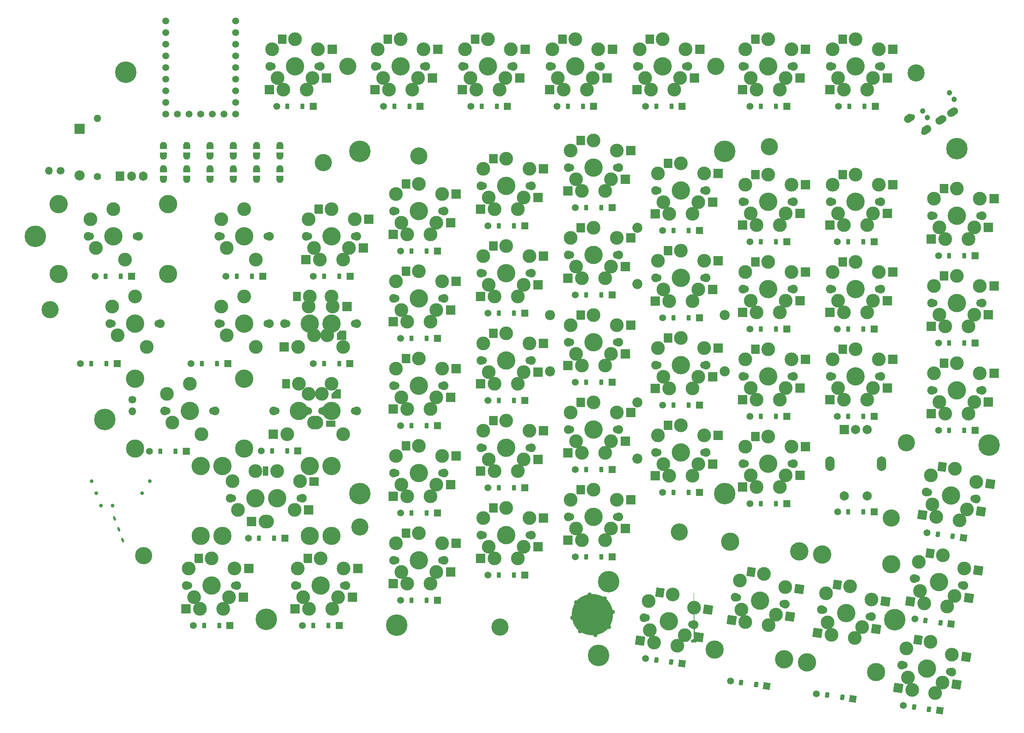
<source format=gbs>
%TF.GenerationSoftware,KiCad,Pcbnew,8.0.2*%
%TF.CreationDate,2024-06-02T17:13:22-07:00*%
%TF.ProjectId,ergodonk_simple_zero,6572676f-646f-46e6-9b5f-73696d706c65,0.2.1*%
%TF.SameCoordinates,Original*%
%TF.FileFunction,Soldermask,Bot*%
%TF.FilePolarity,Negative*%
%FSLAX46Y46*%
G04 Gerber Fmt 4.6, Leading zero omitted, Abs format (unit mm)*
G04 Created by KiCad (PCBNEW 8.0.2) date 2024-06-02 17:13:22*
%MOMM*%
%LPD*%
G01*
G04 APERTURE LIST*
G04 Aperture macros list*
%AMRoundRect*
0 Rectangle with rounded corners*
0 $1 Rounding radius*
0 $2 $3 $4 $5 $6 $7 $8 $9 X,Y pos of 4 corners*
0 Add a 4 corners polygon primitive as box body*
4,1,4,$2,$3,$4,$5,$6,$7,$8,$9,$2,$3,0*
0 Add four circle primitives for the rounded corners*
1,1,$1+$1,$2,$3*
1,1,$1+$1,$4,$5*
1,1,$1+$1,$6,$7*
1,1,$1+$1,$8,$9*
0 Add four rect primitives between the rounded corners*
20,1,$1+$1,$2,$3,$4,$5,0*
20,1,$1+$1,$4,$5,$6,$7,0*
20,1,$1+$1,$6,$7,$8,$9,0*
20,1,$1+$1,$8,$9,$2,$3,0*%
%AMHorizOval*
0 Thick line with rounded ends*
0 $1 width*
0 $2 $3 position (X,Y) of the first rounded end (center of the circle)*
0 $4 $5 position (X,Y) of the second rounded end (center of the circle)*
0 Add line between two ends*
20,1,$1,$2,$3,$4,$5,0*
0 Add two circle primitives to create the rounded ends*
1,1,$1,$2,$3*
1,1,$1,$4,$5*%
%AMRotRect*
0 Rectangle, with rotation*
0 The origin of the aperture is its center*
0 $1 length*
0 $2 width*
0 $3 Rotation angle, in degrees counterclockwise*
0 Add horizontal line*
21,1,$1,$2,0,0,$3*%
%AMOutline5P*
0 Free polygon, 5 corners , with rotation*
0 The origin of the aperture is its center*
0 number of corners: always 5*
0 $1 to $10 corner X, Y*
0 $11 Rotation angle, in degrees counterclockwise*
0 create outline with 5 corners*
4,1,5,$1,$2,$3,$4,$5,$6,$7,$8,$9,$10,$1,$2,$11*%
%AMOutline6P*
0 Free polygon, 6 corners , with rotation*
0 The origin of the aperture is its center*
0 number of corners: always 6*
0 $1 to $12 corner X, Y*
0 $13 Rotation angle, in degrees counterclockwise*
0 create outline with 6 corners*
4,1,6,$1,$2,$3,$4,$5,$6,$7,$8,$9,$10,$11,$12,$1,$2,$13*%
%AMOutline7P*
0 Free polygon, 7 corners , with rotation*
0 The origin of the aperture is its center*
0 number of corners: always 7*
0 $1 to $14 corner X, Y*
0 $15 Rotation angle, in degrees counterclockwise*
0 create outline with 7 corners*
4,1,7,$1,$2,$3,$4,$5,$6,$7,$8,$9,$10,$11,$12,$13,$14,$1,$2,$15*%
%AMOutline8P*
0 Free polygon, 8 corners , with rotation*
0 The origin of the aperture is its center*
0 number of corners: always 8*
0 $1 to $16 corner X, Y*
0 $17 Rotation angle, in degrees counterclockwise*
0 create outline with 8 corners*
4,1,8,$1,$2,$3,$4,$5,$6,$7,$8,$9,$10,$11,$12,$13,$14,$15,$16,$1,$2,$17*%
%AMFreePoly0*
4,1,9,-0.900000,1.000000,0.900000,1.000000,0.900000,-1.000000,-0.720000,-1.000000,-0.788883,-0.986298,-0.847279,-0.947279,-0.886298,-0.888883,-0.900000,-0.820000,-0.900000,1.000000,-0.900000,1.000000,$1*%
%AMFreePoly1*
4,1,18,-0.800000,0.750000,0.050000,0.750000,0.201663,0.734505,0.366964,0.679731,0.515177,0.588312,0.638312,0.465177,0.729731,0.316964,0.784505,0.151663,0.800000,0.000000,0.784505,-0.151663,0.729731,-0.316964,0.638312,-0.465177,0.515177,-0.588312,0.366964,-0.679731,0.201663,-0.734505,0.050000,-0.750000,-0.800000,-0.750000,-0.800000,0.750000,-0.800000,0.750000,$1*%
%AMFreePoly2*
4,1,19,-0.800000,0.000000,-0.784505,0.151663,-0.729731,0.316964,-0.638312,0.465177,-0.515177,0.588312,-0.366964,0.679731,-0.201663,0.734505,-0.050000,0.750000,0.800000,0.750000,0.800000,-0.750000,-0.050000,-0.750000,-0.201663,-0.734505,-0.366964,-0.679731,-0.515177,-0.588312,-0.638312,-0.465177,-0.729731,-0.316964,-0.784505,-0.151663,-0.800000,0.000000,-0.800000,0.000000,-0.800000,0.000000,
$1*%
%AMFreePoly3*
4,1,28,-0.850000,0.400000,0.000000,1.250000,0.114750,1.242219,0.293119,1.197860,0.457783,1.116195,0.601041,1.001041,0.716195,0.857783,0.797860,0.693119,0.842219,0.514750,0.850001,0.400000,0.850000,-0.400000,0.842219,-0.514750,0.797860,-0.693119,0.716196,-0.857783,0.601041,-1.001041,0.457783,-1.116195,0.293120,-1.197860,0.114750,-1.242219,0.000000,-1.250000,-0.114750,-1.242219,
-0.293119,-1.197860,-0.457783,-1.116195,-0.601041,-1.001041,-0.716195,-0.857783,-0.797860,-0.693119,-0.842219,-0.514750,-0.850001,-0.400000,-0.850000,0.400000,-0.850000,0.400000,$1*%
%AMFreePoly4*
4,1,28,-0.850000,0.400000,-0.842219,0.514750,-0.797860,0.693119,-0.716196,0.857783,-0.601041,1.001041,-0.457783,1.116195,-0.293120,1.197860,-0.114750,1.242219,0.000000,1.250000,0.114750,1.242219,0.293119,1.197860,0.457783,1.116195,0.601041,1.001041,0.716195,0.857783,0.797860,0.693119,0.842219,0.514750,0.850001,0.400000,0.850000,-0.400000,0.842219,-0.514750,0.797860,-0.693119,
0.716196,-0.857783,0.601041,-1.001041,0.457783,-1.116195,0.293120,-1.197860,0.114750,-1.242219,0.000000,-1.250000,-0.850001,-0.400000,-0.850000,0.400000,-0.850000,0.400000,$1*%
%AMFreePoly5*
4,1,73,0.058904,0.817006,0.085684,0.817006,0.124394,0.806633,0.148156,0.802870,0.158932,0.797378,0.173939,0.793357,0.227393,0.762496,0.245725,0.753156,0.248666,0.750214,0.253067,0.747674,0.317674,0.683067,0.320216,0.678663,0.323156,0.675724,0.332491,0.657401,0.363358,0.603939,0.367379,0.588930,0.372870,0.578155,0.376632,0.554396,0.387006,0.515684,0.387133,0.488094,
0.390000,0.469999,0.387357,0.439800,0.390000,-0.130000,0.387006,-0.175684,0.363358,-0.263939,0.317674,-0.343067,0.253067,-0.407674,0.173939,-0.453358,0.085684,-0.477006,-0.005684,-0.477006,-0.093939,-0.453358,-0.168178,-0.410496,-0.254820,-0.450898,-0.419824,-0.495111,-0.589999,-0.510000,-0.698155,-0.492870,-0.795724,-0.443156,-0.873156,-0.365725,-0.922870,-0.268156,-0.940000,-0.160001,
-0.922870,-0.051845,-0.873156,0.045724,-0.795725,0.123156,-0.698156,0.172870,-0.590001,0.190000,-0.545653,0.190000,-0.461299,0.217409,-0.389543,0.269543,-0.337409,0.341299,-0.310000,0.425653,-0.310000,0.470001,-0.309999,0.470001,-0.307006,0.515684,-0.296633,0.554394,-0.292870,0.578156,-0.287378,0.588932,-0.283358,0.603939,-0.252496,0.657393,-0.243156,0.675725,-0.240214,0.678666,
-0.237674,0.683067,-0.173067,0.747674,-0.168663,0.750216,-0.165724,0.753156,-0.147401,0.762491,-0.093939,0.793358,-0.078930,0.797379,-0.068155,0.802870,-0.044396,0.806632,-0.005684,0.817006,0.021097,0.817006,0.040001,0.820000,0.058904,0.817006,0.058904,0.817006,$1*%
G04 Aperture macros list end*
%ADD10R,1.500000X1.500000*%
%ADD11RoundRect,0.225000X0.225000X0.375000X-0.225000X0.375000X-0.225000X-0.375000X0.225000X-0.375000X0*%
%ADD12C,1.500000*%
%ADD13C,1.900000*%
%ADD14C,1.700000*%
%ADD15C,3.000000*%
%ADD16C,4.000000*%
%ADD17FreePoly0,0.000000*%
%ADD18R,2.000000X2.000000*%
%ADD19C,4.700000*%
%ADD20RotRect,1.500000X1.500000X172.000000*%
%ADD21RoundRect,0.225000X0.275000X0.340037X-0.170620X0.402664X-0.275000X-0.340037X0.170620X-0.402664X0*%
%ADD22HorizOval,0.500000X0.087964X-0.234013X-0.087964X0.234013X0*%
%ADD23FreePoly1,90.000000*%
%ADD24FreePoly2,90.000000*%
%ADD25C,0.700000*%
%ADD26C,3.750000*%
%ADD27C,3.987800*%
%ADD28C,0.800000*%
%ADD29FreePoly0,352.000000*%
%ADD30RotRect,2.000000X2.000000X352.000000*%
%ADD31R,1.905000X2.000000*%
%ADD32O,1.905000X2.000000*%
%ADD33R,1.800000X2.000000*%
%ADD34Outline5P,-1.000000X0.400000X-0.400000X1.000000X1.000000X1.000000X1.000000X-1.000000X-1.000000X-1.000000X0.000000*%
%ADD35R,2.200000X2.200000*%
%ADD36O,2.200000X2.200000*%
%ADD37C,1.200000*%
%ADD38FreePoly3,304.101000*%
%ADD39FreePoly4,304.101000*%
%ADD40HorizOval,1.700000X-0.331220X-0.224261X0.331220X0.224261X0*%
%ADD41R,2.000000X1.409996*%
%ADD42Outline5P,-1.000000X0.000000X0.000000X1.000000X1.000000X1.000000X1.000000X-1.000000X-1.000000X-1.000000X0.000000*%
%ADD43C,2.200000*%
%ADD44FreePoly1,270.000000*%
%ADD45FreePoly2,270.000000*%
%ADD46O,1.700000X1.700000*%
%ADD47C,0.001000*%
%ADD48FreePoly5,172.000000*%
%ADD49C,1.600000*%
%ADD50O,1.600000X1.600000*%
%ADD51C,0.900000*%
%ADD52C,9.000000*%
%ADD53R,1.300000X2.000000*%
%ADD54R,2.000000X1.858900*%
%ADD55O,2.000000X3.200000*%
%ADD56C,2.000000*%
G04 APERTURE END LIST*
D10*
%TO.C,D58*%
X81526250Y-155818000D03*
D11*
X79176250Y-155818000D03*
X75876250Y-155818000D03*
D12*
X73526250Y-155818000D03*
%TD*%
D13*
%TO.C,SW31*%
X223520000Y-101468000D03*
D14*
X223100000Y-101468000D03*
D15*
X223020000Y-97768000D03*
X221830000Y-104008000D03*
X220560000Y-106548000D03*
D16*
X218020000Y-101468000D03*
D15*
X218020000Y-95568000D03*
X215480000Y-106548000D03*
X214210000Y-104008000D03*
X213020000Y-97768000D03*
D14*
X212940000Y-101468000D03*
D13*
X212520000Y-101468000D03*
D17*
X215220000Y-95568000D03*
D18*
X212420000Y-106548000D03*
X226120000Y-97768000D03*
X224920000Y-104008000D03*
%TD*%
D10*
%TO.C,D17*%
X107720000Y-79618000D03*
D11*
X105370000Y-79618000D03*
X102070000Y-79618000D03*
D12*
X99720000Y-79618000D03*
%TD*%
D10*
%TO.C,D55*%
X145820000Y-144818000D03*
D11*
X143470000Y-144818000D03*
X140170000Y-144818000D03*
D12*
X137820000Y-144818000D03*
%TD*%
D13*
%TO.C,SW55*%
X147320000Y-136068000D03*
D14*
X146900000Y-136068000D03*
D15*
X146820000Y-132368000D03*
X145630000Y-138608000D03*
X144360000Y-141148000D03*
D16*
X141820000Y-136068000D03*
D15*
X141820000Y-130168000D03*
X139280000Y-141148000D03*
X138010000Y-138608000D03*
X136820000Y-132368000D03*
D14*
X136740000Y-136068000D03*
D13*
X136320000Y-136068000D03*
D17*
X139020000Y-130168000D03*
D18*
X136220000Y-141148000D03*
X149920000Y-132368000D03*
X148720000Y-138608000D03*
%TD*%
D19*
%TO.C,H7*%
X161920000Y-162300000D03*
%TD*%
%TO.C,H26*%
X117870000Y-155700000D03*
%TD*%
D10*
%TO.C,D46*%
X126770000Y-131268000D03*
D11*
X124420000Y-131268000D03*
X121120000Y-131268000D03*
D12*
X118770000Y-131268000D03*
%TD*%
D20*
%TO.C,D40*%
X238822532Y-155516692D03*
D21*
X236495402Y-155189636D03*
X233227518Y-154730364D03*
D12*
X230900388Y-154403308D03*
%TD*%
D10*
%TO.C,D08*%
X60095000Y-79618000D03*
D11*
X57745000Y-79618000D03*
X54445000Y-79618000D03*
D12*
X52095000Y-79618000D03*
%TD*%
D22*
%TO.C,REF\u002A\u002A*%
X56368178Y-132484579D03*
X57247823Y-134824712D03*
X58127468Y-137164845D03*
%TD*%
D23*
%TO.C,JP10*%
X92380000Y-51068000D03*
X92380000Y-56148000D03*
D24*
X92380000Y-53408000D03*
X92380000Y-58488000D03*
%TD*%
D10*
%TO.C,D15*%
X145820000Y-68618000D03*
D11*
X143470000Y-68618000D03*
X140170000Y-68618000D03*
D12*
X137820000Y-68618000D03*
%TD*%
D19*
%TO.C,H5*%
X226530000Y-154538000D03*
%TD*%
D10*
%TO.C,D54*%
X164870000Y-140818000D03*
D11*
X162520000Y-140818000D03*
X159220000Y-140818000D03*
D12*
X156870000Y-140818000D03*
%TD*%
D13*
%TO.C,SW16*%
X128270000Y-65368000D03*
D14*
X127850000Y-65368000D03*
D15*
X127770000Y-61668000D03*
X126580000Y-67908000D03*
X125310000Y-70448000D03*
D16*
X122770000Y-65368000D03*
D15*
X122770000Y-59468000D03*
X120230000Y-70448000D03*
X118960000Y-67908000D03*
X117770000Y-61668000D03*
D14*
X117690000Y-65368000D03*
D13*
X117270000Y-65368000D03*
D17*
X119970000Y-59468000D03*
D18*
X117170000Y-70448000D03*
X130870000Y-61668000D03*
X129670000Y-67908000D03*
%TD*%
D13*
%TO.C,SW6*%
X124270000Y-33818000D03*
D14*
X123850000Y-33818000D03*
D15*
X123770000Y-30118000D03*
X122580000Y-36358000D03*
X121310000Y-38898000D03*
D16*
X118770000Y-33818000D03*
D15*
X118770000Y-27918000D03*
X116230000Y-38898000D03*
X114960000Y-36358000D03*
X113770000Y-30118000D03*
D14*
X113690000Y-33818000D03*
D13*
X113270000Y-33818000D03*
D17*
X115970000Y-27918000D03*
D18*
X113170000Y-38898000D03*
X126870000Y-30118000D03*
X125670000Y-36358000D03*
%TD*%
D25*
%TO.C,H18*%
X198149340Y-50282339D03*
X198149340Y-52403660D03*
D26*
X199210000Y-51343000D03*
D25*
X200270660Y-50282339D03*
X200270660Y-52403660D03*
%TD*%
D10*
%TO.C,D56*%
X126770000Y-150318000D03*
D11*
X124420000Y-150318000D03*
X121120000Y-150318000D03*
D12*
X118770000Y-150318000D03*
%TD*%
D25*
%TO.C,H12*%
X108839340Y-133232339D03*
X108839340Y-135353660D03*
D26*
X109900000Y-134293000D03*
D25*
X110960660Y-133232339D03*
X110960660Y-135353660D03*
%TD*%
D10*
%TO.C,D5*%
X142070000Y-42568000D03*
D11*
X139720000Y-42568000D03*
X136420000Y-42568000D03*
D12*
X134070000Y-42568000D03*
%TD*%
D10*
%TO.C,D13*%
X183920000Y-69618000D03*
D11*
X181570000Y-69618000D03*
X178270000Y-69618000D03*
D12*
X175920000Y-69618000D03*
%TD*%
D10*
%TO.C,D32*%
X202970000Y-110218000D03*
D11*
X200620000Y-110218000D03*
X197320000Y-110218000D03*
D12*
X194970000Y-110218000D03*
%TD*%
D10*
%TO.C,D26*%
X126770000Y-93168000D03*
D11*
X124420000Y-93168000D03*
X121120000Y-93168000D03*
D12*
X118770000Y-93168000D03*
%TD*%
D19*
%TO.C,H2*%
X189430000Y-127043000D03*
%TD*%
D16*
%TO.C,REF\u002A\u002A*%
X79907500Y-121033000D03*
D27*
X79907500Y-136273000D03*
D16*
X103720000Y-121033000D03*
D27*
X103720000Y-136273000D03*
%TD*%
D13*
%TO.C,SW14*%
X166370000Y-55868000D03*
D14*
X165950000Y-55868000D03*
D15*
X165870000Y-52168000D03*
X164680000Y-58408000D03*
X163410000Y-60948000D03*
D16*
X160870000Y-55868000D03*
D15*
X160870000Y-49968000D03*
X158330000Y-60948000D03*
X157060000Y-58408000D03*
X155870000Y-52168000D03*
D14*
X155790000Y-55868000D03*
D13*
X155370000Y-55868000D03*
D17*
X158070000Y-49968000D03*
D18*
X155270000Y-60948000D03*
X168970000Y-52168000D03*
X167770000Y-58408000D03*
%TD*%
D10*
%TO.C,D38*%
X81070000Y-98668000D03*
D11*
X78720000Y-98668000D03*
X75420000Y-98668000D03*
D12*
X73070000Y-98668000D03*
%TD*%
D13*
%TO.C,SW43*%
X185420000Y-118018000D03*
D14*
X185000000Y-118018000D03*
D15*
X184920000Y-114318000D03*
X183730000Y-120558000D03*
X182460000Y-123098000D03*
D16*
X179920000Y-118018000D03*
D15*
X179920000Y-112118000D03*
X177380000Y-123098000D03*
X176110000Y-120558000D03*
X174920000Y-114318000D03*
D14*
X174840000Y-118018000D03*
D13*
X174420000Y-118018000D03*
D17*
X177120000Y-112118000D03*
D18*
X174320000Y-123098000D03*
X188020000Y-114318000D03*
X186820000Y-120558000D03*
%TD*%
D10*
%TO.C,D7*%
X99720000Y-42568000D03*
D11*
X97370000Y-42568000D03*
X94070000Y-42568000D03*
D12*
X91720000Y-42568000D03*
%TD*%
D10*
%TO.C,D18*%
X88670000Y-79618000D03*
D11*
X86320000Y-79618000D03*
X83020000Y-79618000D03*
D12*
X80670000Y-79618000D03*
%TD*%
D10*
%TO.C,D2*%
X202970000Y-42568000D03*
D11*
X200620000Y-42568000D03*
X197320000Y-42568000D03*
D12*
X194970000Y-42568000D03*
%TD*%
D19*
%TO.C,H4*%
X109900000Y-52342737D03*
%TD*%
D28*
%TO.C,REF\u002A\u002A*%
X51375000Y-124320000D03*
X64075000Y-124320000D03*
%TD*%
D13*
%TO.C,SW50*%
X238981052Y-165938740D03*
D14*
X238565140Y-165880287D03*
D15*
X239000859Y-162205162D03*
X236954000Y-168218818D03*
X235342860Y-170557348D03*
D16*
X233534578Y-165173288D03*
D15*
X234355699Y-159330706D03*
X230312298Y-169850350D03*
X229408157Y-167158319D03*
X229098178Y-160813431D03*
D14*
X228504016Y-164466289D03*
D13*
X228088104Y-164407836D03*
D29*
X231582949Y-158941022D03*
D30*
X227282076Y-169424480D03*
X242070690Y-162636598D03*
X240013928Y-168648863D03*
%TD*%
D25*
%TO.C,H19*%
X230159340Y-34164339D03*
X230159340Y-36285660D03*
D26*
X231220000Y-35225000D03*
D25*
X232280660Y-34164339D03*
X232280660Y-36285660D03*
%TD*%
D13*
%TO.C,SW22*%
X204470000Y-82418000D03*
D14*
X204050000Y-82418000D03*
D15*
X203970000Y-78718000D03*
X202780000Y-84958000D03*
X201510000Y-87498000D03*
D16*
X198970000Y-82418000D03*
D15*
X198970000Y-76518000D03*
X196430000Y-87498000D03*
X195160000Y-84958000D03*
X193970000Y-78718000D03*
D14*
X193890000Y-82418000D03*
D13*
X193470000Y-82418000D03*
D17*
X196170000Y-76518000D03*
D18*
X193370000Y-87498000D03*
X207070000Y-78718000D03*
X205870000Y-84958000D03*
%TD*%
D13*
%TO.C,SW4*%
X162370000Y-33818000D03*
D14*
X161950000Y-33818000D03*
D15*
X161870000Y-30118000D03*
X160680000Y-36358000D03*
X159410000Y-38898000D03*
D16*
X156870000Y-33818000D03*
D15*
X156870000Y-27918000D03*
X154330000Y-38898000D03*
X153060000Y-36358000D03*
X151870000Y-30118000D03*
D14*
X151790000Y-33818000D03*
D13*
X151370000Y-33818000D03*
D17*
X154070000Y-27918000D03*
D18*
X151270000Y-38898000D03*
X164970000Y-30118000D03*
X163770000Y-36358000D03*
%TD*%
D13*
%TO.C,SW7*%
X101220000Y-33818000D03*
D14*
X100800000Y-33818000D03*
D15*
X100720000Y-30118000D03*
X99530000Y-36358000D03*
X98260000Y-38898000D03*
D16*
X95720000Y-33818000D03*
D15*
X95720000Y-27918000D03*
X93180000Y-38898000D03*
X91910000Y-36358000D03*
X90720000Y-30118000D03*
D14*
X90640000Y-33818000D03*
D13*
X90220000Y-33818000D03*
D17*
X92920000Y-27918000D03*
D18*
X90120000Y-38898000D03*
X103820000Y-30118000D03*
X102620000Y-36358000D03*
%TD*%
D13*
%TO.C,SW52*%
X202639889Y-151150325D03*
D14*
X202223977Y-151091872D03*
D15*
X202659696Y-147416747D03*
X200612837Y-153430403D03*
X199001697Y-155768933D03*
D16*
X197193415Y-150384873D03*
D15*
X198014536Y-144542291D03*
X193971135Y-155061935D03*
X193066994Y-152369904D03*
X192757015Y-146025016D03*
D14*
X192162853Y-149677874D03*
D13*
X191746941Y-149619421D03*
D29*
X195241786Y-144152607D03*
D30*
X190940913Y-154636065D03*
X205729527Y-147848183D03*
X203672765Y-153860448D03*
%TD*%
D16*
%TO.C,REF\u002A\u002A*%
X60857500Y-101983000D03*
D27*
X60857500Y-117223000D03*
D16*
X84670000Y-101983000D03*
D27*
X84670000Y-117223000D03*
%TD*%
D13*
%TO.C,SW44*%
X166370000Y-113018000D03*
D14*
X165950000Y-113018000D03*
D15*
X165870000Y-109318000D03*
X164680000Y-115558000D03*
X163410000Y-118098000D03*
D16*
X160870000Y-113018000D03*
D15*
X160870000Y-107118000D03*
X158330000Y-118098000D03*
X157060000Y-115558000D03*
X155870000Y-109318000D03*
D14*
X155790000Y-113018000D03*
D13*
X155370000Y-113018000D03*
D17*
X158070000Y-107118000D03*
D18*
X155270000Y-118098000D03*
X168970000Y-109318000D03*
X167770000Y-115558000D03*
%TD*%
D25*
%TO.C,H17*%
X106189340Y-32757339D03*
X106189340Y-34878660D03*
D26*
X107250000Y-33818000D03*
D25*
X108310660Y-32757339D03*
X108310660Y-34878660D03*
%TD*%
D28*
%TO.C,REF\u002A\u002A*%
X53405000Y-129645000D03*
X55945000Y-129645000D03*
%TD*%
D31*
%TO.C,Q1*%
X57550000Y-57777500D03*
D32*
X60090000Y-57777500D03*
X62630000Y-57777500D03*
%TD*%
D13*
%TO.C,SW26*%
X128270000Y-84418000D03*
D14*
X127850000Y-84418000D03*
D15*
X127770000Y-80718000D03*
X126580000Y-86958000D03*
X125310000Y-89498000D03*
D16*
X122770000Y-84418000D03*
D15*
X122770000Y-78518000D03*
X120230000Y-89498000D03*
X118960000Y-86958000D03*
X117770000Y-80718000D03*
D14*
X117690000Y-84418000D03*
D13*
X117270000Y-84418000D03*
D17*
X119970000Y-78518000D03*
D18*
X117170000Y-89498000D03*
X130870000Y-80718000D03*
X129670000Y-86958000D03*
%TD*%
D19*
%TO.C,H20*%
X54260000Y-110850000D03*
%TD*%
D13*
%TO.C,SW56*%
X128270000Y-141568000D03*
D14*
X127850000Y-141568000D03*
D15*
X127770000Y-137868000D03*
X126580000Y-144108000D03*
X125310000Y-146648000D03*
D16*
X122770000Y-141568000D03*
D15*
X122770000Y-135668000D03*
X120230000Y-146648000D03*
X118960000Y-144108000D03*
X117770000Y-137868000D03*
D14*
X117690000Y-141568000D03*
D13*
X117270000Y-141568000D03*
D17*
X119970000Y-135668000D03*
D18*
X117170000Y-146648000D03*
X130870000Y-137868000D03*
X129670000Y-144108000D03*
%TD*%
D12*
%TO.C,MCU11*%
X82800000Y-23868000D03*
X82800000Y-26408000D03*
X82800000Y-28948000D03*
X82800000Y-31488000D03*
X82800000Y-34028000D03*
X82800000Y-36568000D03*
X82800000Y-39108000D03*
X82800000Y-41648000D03*
X82800000Y-44188000D03*
X80260000Y-44188000D03*
X77720000Y-44188000D03*
X75180000Y-44188000D03*
X72640000Y-44188000D03*
X70100000Y-44188000D03*
X67560000Y-44188000D03*
X67560000Y-41648000D03*
X67560000Y-39108000D03*
X67560000Y-36568000D03*
X67560000Y-34028000D03*
X67560000Y-31488000D03*
X67560000Y-28948000D03*
X67560000Y-26408000D03*
X67560000Y-23868000D03*
%TD*%
D13*
%TO.C,SW46*%
X128270000Y-122518000D03*
D14*
X127850000Y-122518000D03*
D15*
X127770000Y-118818000D03*
X126580000Y-125058000D03*
X125310000Y-127598000D03*
D16*
X122770000Y-122518000D03*
D15*
X122770000Y-116618000D03*
X120230000Y-127598000D03*
X118960000Y-125058000D03*
X117770000Y-118818000D03*
D14*
X117690000Y-122518000D03*
D13*
X117270000Y-122518000D03*
D17*
X119970000Y-116618000D03*
D18*
X117170000Y-127598000D03*
X130870000Y-118818000D03*
X129670000Y-125058000D03*
%TD*%
D13*
%TO.C,SW27*%
X93457500Y-89918000D03*
D14*
X93877500Y-89918000D03*
D15*
X96417500Y-94998000D03*
D13*
X98220000Y-89918000D03*
D14*
X98640000Y-89918000D03*
D15*
X98720000Y-86218000D03*
X98957500Y-84018000D03*
D16*
X98957500Y-89918000D03*
D15*
X99910000Y-92458000D03*
X102767500Y-92458000D03*
X103720000Y-84018000D03*
D16*
X103720000Y-89918000D03*
D15*
X103957500Y-86218000D03*
D14*
X104037500Y-89918000D03*
D13*
X104457500Y-89918000D03*
D15*
X106260000Y-94998000D03*
D14*
X108800000Y-89918000D03*
D13*
X109220000Y-89918000D03*
D18*
X93357500Y-94998000D03*
D33*
X96157500Y-84018000D03*
D34*
X105857500Y-92458000D03*
D18*
X107057500Y-86218000D03*
%TD*%
D10*
%TO.C,D21*%
X222020000Y-91168000D03*
D11*
X219670000Y-91168000D03*
X216370000Y-91168000D03*
D12*
X214020000Y-91168000D03*
%TD*%
D13*
%TO.C,SW5*%
X143320000Y-33818000D03*
D14*
X142900000Y-33818000D03*
D15*
X142820000Y-30118000D03*
X141630000Y-36358000D03*
X140360000Y-38898000D03*
D16*
X137820000Y-33818000D03*
D15*
X137820000Y-27918000D03*
X135280000Y-38898000D03*
X134010000Y-36358000D03*
X132820000Y-30118000D03*
D14*
X132740000Y-33818000D03*
D13*
X132320000Y-33818000D03*
D17*
X135020000Y-27918000D03*
D18*
X132220000Y-38898000D03*
X145920000Y-30118000D03*
X144720000Y-36358000D03*
%TD*%
D19*
%TO.C,H10*%
X247095000Y-116475000D03*
%TD*%
D13*
%TO.C,SW08*%
X50595000Y-70868000D03*
D14*
X51015000Y-70868000D03*
D15*
X51095000Y-67168000D03*
X52285000Y-73408000D03*
X56095000Y-64968000D03*
D16*
X56095000Y-70868000D03*
D15*
X58635000Y-75948000D03*
D14*
X61175000Y-70868000D03*
D13*
X61595000Y-70868000D03*
%TD*%
%TO.C,SW10*%
X245570000Y-85418000D03*
D14*
X245150000Y-85418000D03*
D15*
X245070000Y-81718000D03*
X243880000Y-87958000D03*
X242610000Y-90498000D03*
D16*
X240070000Y-85418000D03*
D15*
X240070000Y-79518000D03*
X237530000Y-90498000D03*
X236260000Y-87958000D03*
X235070000Y-81718000D03*
D14*
X234990000Y-85418000D03*
D13*
X234570000Y-85418000D03*
D17*
X237270000Y-79518000D03*
D18*
X234470000Y-90498000D03*
X248170000Y-81718000D03*
X246970000Y-87958000D03*
%TD*%
D35*
%TO.C,D19*%
X48740000Y-47400000D03*
D36*
X48740000Y-57560000D03*
%TD*%
D10*
%TO.C,D37*%
X96350000Y-117703000D03*
D11*
X94000000Y-117703000D03*
X90700000Y-117703000D03*
D12*
X88350000Y-117703000D03*
%TD*%
D13*
%TO.C,SW35*%
X147320000Y-97968000D03*
D14*
X146900000Y-97968000D03*
D15*
X146820000Y-94268000D03*
X145630000Y-100508000D03*
X144360000Y-103048000D03*
D16*
X141820000Y-97968000D03*
D15*
X141820000Y-92068000D03*
X139280000Y-103048000D03*
X138010000Y-100508000D03*
X136820000Y-94268000D03*
D14*
X136740000Y-97968000D03*
D13*
X136320000Y-97968000D03*
D17*
X139020000Y-92068000D03*
D18*
X136220000Y-103048000D03*
X149920000Y-94268000D03*
X148720000Y-100508000D03*
%TD*%
D13*
%TO.C,SW28*%
X55357500Y-89918000D03*
D14*
X55777500Y-89918000D03*
D15*
X55857500Y-86218000D03*
X57047500Y-92458000D03*
X60857500Y-84018000D03*
D16*
X60857500Y-89918000D03*
D15*
X63397500Y-94998000D03*
D14*
X65937500Y-89918000D03*
D13*
X66357500Y-89918000D03*
%TD*%
%TO.C,SW15*%
X147320000Y-59868000D03*
D14*
X146900000Y-59868000D03*
D15*
X146820000Y-56168000D03*
X145630000Y-62408000D03*
X144360000Y-64948000D03*
D16*
X141820000Y-59868000D03*
D15*
X141820000Y-53968000D03*
X139280000Y-64948000D03*
X138010000Y-62408000D03*
X136820000Y-56168000D03*
D14*
X136740000Y-59868000D03*
D13*
X136320000Y-59868000D03*
D17*
X139020000Y-53968000D03*
D18*
X136220000Y-64948000D03*
X149920000Y-56168000D03*
X148720000Y-62408000D03*
%TD*%
D13*
%TO.C,SW21*%
X223520000Y-82418000D03*
D14*
X223100000Y-82418000D03*
D15*
X223020000Y-78718000D03*
X221830000Y-84958000D03*
X220560000Y-87498000D03*
D16*
X218020000Y-82418000D03*
D15*
X218020000Y-76518000D03*
X215480000Y-87498000D03*
X214210000Y-84958000D03*
X213020000Y-78718000D03*
D14*
X212940000Y-82418000D03*
D13*
X212520000Y-82418000D03*
D17*
X215220000Y-76518000D03*
D18*
X212420000Y-87498000D03*
X226120000Y-78718000D03*
X224920000Y-84958000D03*
%TD*%
D10*
%TO.C,D42*%
X202970000Y-129268000D03*
D11*
X200620000Y-129268000D03*
X197320000Y-129268000D03*
D12*
X194970000Y-129268000D03*
%TD*%
D19*
%TO.C,H3*%
X109900000Y-127043000D03*
%TD*%
D10*
%TO.C,D33*%
X183920000Y-107718000D03*
D11*
X181570000Y-107718000D03*
X178270000Y-107718000D03*
D12*
X175920000Y-107718000D03*
%TD*%
D37*
%TO.C,J11*%
X238466781Y-39581892D03*
X232670427Y-43506466D03*
X239447924Y-41030980D03*
X233651570Y-44955554D03*
D38*
X229741631Y-45066805D03*
D39*
X233338452Y-47703637D03*
D40*
X236650654Y-45461023D03*
X239134805Y-43779063D03*
%TD*%
D10*
%TO.C,D11*%
X222020000Y-72118000D03*
D11*
X219670000Y-72118000D03*
X216370000Y-72118000D03*
D12*
X214020000Y-72118000D03*
%TD*%
D25*
%TO.C,H25*%
X224734340Y-131314339D03*
X224734340Y-133435660D03*
D26*
X225795000Y-132375000D03*
D25*
X226855660Y-131314339D03*
X226855660Y-133435660D03*
%TD*%
D10*
%TO.C,D27*%
X107700000Y-98668000D03*
D11*
X105350000Y-98668000D03*
X102050000Y-98668000D03*
D12*
X99700000Y-98668000D03*
%TD*%
D13*
%TO.C,SW17*%
X109220000Y-70868000D03*
D14*
X108800000Y-70868000D03*
D15*
X108720000Y-67168000D03*
X107530000Y-73408000D03*
X106260000Y-75948000D03*
D16*
X103720000Y-70868000D03*
D15*
X103720000Y-64968000D03*
X101180000Y-75948000D03*
X99910000Y-73408000D03*
X98720000Y-67168000D03*
D14*
X98640000Y-70868000D03*
D13*
X98220000Y-70868000D03*
D17*
X100920000Y-64968000D03*
D18*
X98120000Y-75948000D03*
X111820000Y-67168000D03*
X110620000Y-73408000D03*
%TD*%
D19*
%TO.C,H6*%
X240070000Y-51775000D03*
%TD*%
D10*
%TO.C,D12*%
X202970000Y-72118000D03*
D11*
X200620000Y-72118000D03*
X197320000Y-72118000D03*
D12*
X194970000Y-72118000D03*
%TD*%
D19*
%TO.C,H24*%
X39045993Y-70866000D03*
%TD*%
D13*
%TO.C,SW30*%
X244283547Y-128209526D03*
D14*
X243867635Y-128151073D03*
D15*
X244303354Y-124475948D03*
X242256495Y-130489604D03*
X240645355Y-132828134D03*
D16*
X238837073Y-127444074D03*
D15*
X239658194Y-121601492D03*
X235614793Y-132121136D03*
X234710652Y-129429105D03*
X234400673Y-123084217D03*
D14*
X233806511Y-126737075D03*
D13*
X233390599Y-126678622D03*
D29*
X236885444Y-121211808D03*
D30*
X232584571Y-131695266D03*
X247373185Y-124907384D03*
X245316423Y-130919649D03*
%TD*%
D10*
%TO.C,D25*%
X145820000Y-87668000D03*
D11*
X143470000Y-87668000D03*
X140170000Y-87668000D03*
D12*
X137820000Y-87668000D03*
%TD*%
D10*
%TO.C,D34*%
X164870000Y-102718000D03*
D11*
X162520000Y-102718000D03*
X159220000Y-102718000D03*
D12*
X156870000Y-102718000D03*
%TD*%
D10*
%TO.C,D48*%
X72010000Y-117790000D03*
D11*
X69660000Y-117790000D03*
X66360000Y-117790000D03*
D12*
X64010000Y-117790000D03*
%TD*%
D23*
%TO.C,JP11*%
X87300000Y-51068000D03*
X87300000Y-56148000D03*
D24*
X87300000Y-53408000D03*
X87300000Y-58488000D03*
%TD*%
D13*
%TO.C,SW57*%
X106838750Y-147068000D03*
D14*
X106418750Y-147068000D03*
D15*
X106338750Y-143368000D03*
X105148750Y-149608000D03*
X103878750Y-152148000D03*
D16*
X101338750Y-147068000D03*
D15*
X101338750Y-141168000D03*
X98798750Y-152148000D03*
X97528750Y-149608000D03*
X96338750Y-143368000D03*
D14*
X96258750Y-147068000D03*
D13*
X95838750Y-147068000D03*
D17*
X98538750Y-141168000D03*
D18*
X95738750Y-152148000D03*
X109438750Y-143368000D03*
X108238750Y-149608000D03*
%TD*%
D19*
%TO.C,H1*%
X189430000Y-52342737D03*
%TD*%
D10*
%TO.C,D4*%
X160870000Y-42568000D03*
D11*
X158520000Y-42568000D03*
X155220000Y-42568000D03*
D12*
X152870000Y-42568000D03*
%TD*%
D20*
%TO.C,D50*%
X236344467Y-174396692D03*
D21*
X234017337Y-174069636D03*
X230749453Y-173610364D03*
D12*
X228422323Y-173283308D03*
%TD*%
D13*
%TO.C,SW37*%
X91076250Y-108953000D03*
D14*
X91496250Y-108953000D03*
D15*
X94036250Y-114033000D03*
X96576250Y-103053000D03*
D16*
X96576250Y-108953000D03*
D13*
X98220000Y-108953000D03*
D14*
X98640000Y-108953000D03*
D15*
X98720000Y-105253000D03*
X99910000Y-111493000D03*
X100386250Y-111493000D03*
X101576250Y-105253000D03*
D14*
X101656250Y-108953000D03*
D13*
X102076250Y-108953000D03*
D15*
X103720000Y-103053000D03*
D16*
X103720000Y-108953000D03*
D15*
X106260000Y-114033000D03*
D14*
X108800000Y-108953000D03*
D13*
X109220000Y-108953000D03*
D18*
X90976250Y-114033000D03*
D33*
X93776250Y-103053000D03*
D41*
X103476250Y-111787998D03*
D42*
X104676250Y-105253000D03*
%TD*%
D43*
%TO.C,REF\u002A\u002A*%
X151345000Y-100388000D03*
X170395000Y-81338000D03*
X170395000Y-119438000D03*
X189445000Y-100388000D03*
%TD*%
D13*
%TO.C,SW24*%
X166370000Y-74918000D03*
D14*
X165950000Y-74918000D03*
D15*
X165870000Y-71218000D03*
X164680000Y-77458000D03*
X163410000Y-79998000D03*
D16*
X160870000Y-74918000D03*
D15*
X160870000Y-69018000D03*
X158330000Y-79998000D03*
X157060000Y-77458000D03*
X155870000Y-71218000D03*
D14*
X155790000Y-74918000D03*
D13*
X155370000Y-74918000D03*
D17*
X158070000Y-69018000D03*
D18*
X155270000Y-79998000D03*
X168970000Y-71218000D03*
X167770000Y-77458000D03*
%TD*%
D13*
%TO.C,SW1*%
X223520000Y-33818000D03*
D14*
X223100000Y-33818000D03*
D15*
X223020000Y-30118000D03*
X221830000Y-36358000D03*
X220560000Y-38898000D03*
D16*
X218020000Y-33818000D03*
D15*
X218020000Y-27918000D03*
X215480000Y-38898000D03*
X214210000Y-36358000D03*
X213020000Y-30118000D03*
D14*
X212940000Y-33818000D03*
D13*
X212520000Y-33818000D03*
D17*
X215220000Y-27918000D03*
D18*
X212420000Y-38898000D03*
X226120000Y-30118000D03*
X224920000Y-36358000D03*
%TD*%
D13*
%TO.C,SW2*%
X204470000Y-33818000D03*
D14*
X204050000Y-33818000D03*
D15*
X203970000Y-30118000D03*
X202780000Y-36358000D03*
X201510000Y-38898000D03*
D16*
X198970000Y-33818000D03*
D15*
X198970000Y-27918000D03*
X196430000Y-38898000D03*
X195160000Y-36358000D03*
X193970000Y-30118000D03*
D14*
X193890000Y-33818000D03*
D13*
X193470000Y-33818000D03*
D17*
X196170000Y-27918000D03*
D18*
X193370000Y-38898000D03*
X207070000Y-30118000D03*
X205870000Y-36358000D03*
%TD*%
D20*
%TO.C,D51*%
X217388449Y-171788991D03*
D21*
X215061319Y-171461935D03*
X211793435Y-171002663D03*
D12*
X209466305Y-170675607D03*
%TD*%
D44*
%TO.C,JP13*%
X66980000Y-58488000D03*
X66980000Y-53408000D03*
D45*
X66980000Y-56148000D03*
X66980000Y-51068000D03*
%TD*%
D10*
%TO.C,D0*%
X244070000Y-75118000D03*
D11*
X241720000Y-75118000D03*
X238420000Y-75118000D03*
D12*
X236070000Y-75118000D03*
%TD*%
D25*
%TO.C,H16*%
X100884340Y-53717339D03*
X100884340Y-55838660D03*
D26*
X101945000Y-54778000D03*
D25*
X103005660Y-53717339D03*
X103005660Y-55838660D03*
%TD*%
D10*
%TO.C,D1*%
X222270000Y-42568000D03*
D11*
X219920000Y-42568000D03*
X216620000Y-42568000D03*
D12*
X214270000Y-42568000D03*
%TD*%
D16*
%TO.C,REF\u002A\u002A*%
X205690691Y-139606180D03*
D27*
X190599006Y-137485182D03*
D16*
X202376632Y-163186938D03*
D27*
X187284946Y-161065940D03*
%TD*%
D13*
%TO.C,SW20*%
X245570000Y-104468000D03*
D14*
X245150000Y-104468000D03*
D15*
X245070000Y-100768000D03*
X243880000Y-107008000D03*
X242610000Y-109548000D03*
D16*
X240070000Y-104468000D03*
D15*
X240070000Y-98568000D03*
X237530000Y-109548000D03*
X236260000Y-107008000D03*
X235070000Y-100768000D03*
D14*
X234990000Y-104468000D03*
D13*
X234570000Y-104468000D03*
D17*
X237270000Y-98568000D03*
D18*
X234470000Y-109548000D03*
X248170000Y-100768000D03*
X246970000Y-107008000D03*
%TD*%
D10*
%TO.C,D47*%
X93530000Y-136780000D03*
D11*
X91180000Y-136780000D03*
X87880000Y-136780000D03*
D12*
X85530000Y-136780000D03*
%TD*%
D13*
%TO.C,SW42*%
X204470000Y-120518000D03*
D14*
X204050000Y-120518000D03*
D15*
X203970000Y-116818000D03*
X202780000Y-123058000D03*
X201510000Y-125598000D03*
D16*
X198970000Y-120518000D03*
D15*
X198970000Y-114618000D03*
X196430000Y-125598000D03*
X195160000Y-123058000D03*
X193970000Y-116818000D03*
D14*
X193890000Y-120518000D03*
D13*
X193470000Y-120518000D03*
D17*
X196170000Y-114618000D03*
D18*
X193370000Y-125598000D03*
X207070000Y-116818000D03*
X205870000Y-123058000D03*
%TD*%
D10*
%TO.C,D6*%
X123020000Y-42568000D03*
D11*
X120670000Y-42568000D03*
X117370000Y-42568000D03*
D12*
X115020000Y-42568000D03*
%TD*%
D10*
%TO.C,D24*%
X164870000Y-83668000D03*
D11*
X162520000Y-83668000D03*
X159220000Y-83668000D03*
D12*
X156870000Y-83668000D03*
%TD*%
D19*
%TO.C,H8*%
X58800000Y-35110000D03*
%TD*%
D25*
%TO.C,H22*%
X186399340Y-32757339D03*
X186399340Y-34878660D03*
D26*
X187460000Y-33818000D03*
D25*
X188520660Y-32757339D03*
X188520660Y-34878660D03*
%TD*%
D10*
%TO.C,D3*%
X180170000Y-42568000D03*
D11*
X177820000Y-42568000D03*
X174520000Y-42568000D03*
D12*
X172170000Y-42568000D03*
%TD*%
D13*
%TO.C,SW34*%
X166370000Y-93968000D03*
D14*
X165950000Y-93968000D03*
D15*
X165870000Y-90268000D03*
X164680000Y-96508000D03*
X163410000Y-99048000D03*
D16*
X160870000Y-93968000D03*
D15*
X160870000Y-88068000D03*
X158330000Y-99048000D03*
X157060000Y-96508000D03*
X155870000Y-90268000D03*
D14*
X155790000Y-93968000D03*
D13*
X155370000Y-93968000D03*
D17*
X158070000Y-88068000D03*
D18*
X155270000Y-99048000D03*
X168970000Y-90268000D03*
X167770000Y-96508000D03*
%TD*%
D10*
%TO.C,D16*%
X126770000Y-74118000D03*
D11*
X124420000Y-74118000D03*
X121120000Y-74118000D03*
D12*
X118770000Y-74118000D03*
%TD*%
D10*
%TO.C,D35*%
X145820000Y-106718000D03*
D11*
X143470000Y-106718000D03*
X140170000Y-106718000D03*
D12*
X137820000Y-106718000D03*
%TD*%
D25*
%TO.C,H23*%
X121709340Y-52299339D03*
X121709340Y-54420660D03*
D26*
X122770000Y-53360000D03*
D25*
X123830660Y-52299339D03*
X123830660Y-54420660D03*
%TD*%
D10*
%TO.C,D43*%
X183920000Y-126768000D03*
D11*
X181570000Y-126768000D03*
X178270000Y-126768000D03*
D12*
X175920000Y-126768000D03*
%TD*%
D13*
%TO.C,SW0*%
X245570000Y-66368000D03*
D14*
X245150000Y-66368000D03*
D15*
X245070000Y-62668000D03*
X243880000Y-68908000D03*
X242610000Y-71448000D03*
D16*
X240070000Y-66368000D03*
D15*
X240070000Y-60468000D03*
X237530000Y-71448000D03*
X236260000Y-68908000D03*
X235070000Y-62668000D03*
D14*
X234990000Y-66368000D03*
D13*
X234570000Y-66368000D03*
D17*
X237270000Y-60468000D03*
D18*
X234470000Y-71448000D03*
X248170000Y-62668000D03*
X246970000Y-68908000D03*
%TD*%
D13*
%TO.C,SW58*%
X83026250Y-147068000D03*
D14*
X82606250Y-147068000D03*
D15*
X82526250Y-143368000D03*
X81336250Y-149608000D03*
X80066250Y-152148000D03*
D16*
X77526250Y-147068000D03*
D15*
X77526250Y-141168000D03*
X74986250Y-152148000D03*
X73716250Y-149608000D03*
X72526250Y-143368000D03*
D14*
X72446250Y-147068000D03*
D13*
X72026250Y-147068000D03*
D17*
X74726250Y-141168000D03*
D18*
X71926250Y-152148000D03*
X85626250Y-143368000D03*
X84426250Y-149608000D03*
%TD*%
D10*
%TO.C,D45*%
X145820000Y-125768000D03*
D11*
X143470000Y-125768000D03*
X140170000Y-125768000D03*
D12*
X137820000Y-125768000D03*
%TD*%
D44*
%TO.C,JP14*%
X72060000Y-58488000D03*
X72060000Y-53408000D03*
D45*
X72060000Y-56148000D03*
X72060000Y-51068000D03*
%TD*%
D13*
%TO.C,SW3*%
X181420000Y-33818000D03*
D14*
X181000000Y-33818000D03*
D15*
X180920000Y-30118000D03*
X179730000Y-36358000D03*
X178460000Y-38898000D03*
D16*
X175920000Y-33818000D03*
D15*
X175920000Y-27918000D03*
X173380000Y-38898000D03*
X172110000Y-36358000D03*
X170920000Y-30118000D03*
D14*
X170840000Y-33818000D03*
D13*
X170420000Y-33818000D03*
D17*
X173120000Y-27918000D03*
D18*
X170320000Y-38898000D03*
X184020000Y-30118000D03*
X182820000Y-36358000D03*
%TD*%
D13*
%TO.C,SW18*%
X90170000Y-70868000D03*
D14*
X89750000Y-70868000D03*
D15*
X87210000Y-75948000D03*
D16*
X84670000Y-70868000D03*
D15*
X84670000Y-64968000D03*
X80860000Y-73408000D03*
X79670000Y-67168000D03*
D14*
X79590000Y-70868000D03*
D13*
X79170000Y-70868000D03*
%TD*%
D10*
%TO.C,D22*%
X202970000Y-91168000D03*
D11*
X200620000Y-91168000D03*
X197320000Y-91168000D03*
D12*
X194970000Y-91168000D03*
%TD*%
D13*
%TO.C,SW36*%
X128270000Y-103468000D03*
D14*
X127850000Y-103468000D03*
D15*
X127770000Y-99768000D03*
X126580000Y-106008000D03*
X125310000Y-108548000D03*
D16*
X122770000Y-103468000D03*
D15*
X122770000Y-97568000D03*
X120230000Y-108548000D03*
X118960000Y-106008000D03*
X117770000Y-99768000D03*
D14*
X117690000Y-103468000D03*
D13*
X117270000Y-103468000D03*
D17*
X119970000Y-97568000D03*
D18*
X117170000Y-108548000D03*
X130870000Y-99768000D03*
X129670000Y-106008000D03*
%TD*%
D23*
%TO.C,JP12*%
X82220000Y-51068000D03*
X82220000Y-56148000D03*
D24*
X82220000Y-53408000D03*
X82220000Y-58488000D03*
%TD*%
D10*
%TO.C,D20*%
X244070000Y-113218000D03*
D11*
X241720000Y-113218000D03*
X238420000Y-113218000D03*
D12*
X236070000Y-113218000D03*
%TD*%
D13*
%TO.C,SW40*%
X241632299Y-147074133D03*
D14*
X241216387Y-147015680D03*
D15*
X241652106Y-143340555D03*
X239605247Y-149354211D03*
X237994107Y-151692741D03*
D16*
X236185825Y-146308681D03*
D15*
X237006946Y-140466099D03*
X232963545Y-150985743D03*
X232059404Y-148293712D03*
X231749425Y-141948824D03*
D14*
X231155263Y-145601682D03*
D13*
X230739351Y-145543229D03*
D29*
X234234196Y-140076415D03*
D30*
X229933323Y-150559873D03*
X244721937Y-143771991D03*
X242665175Y-149784256D03*
%TD*%
D14*
%TO.C,J10*%
X60225000Y-106525000D03*
D46*
X60225000Y-109065000D03*
%TD*%
D13*
%TO.C,SW25*%
X147320000Y-78918000D03*
D14*
X146900000Y-78918000D03*
D15*
X146820000Y-75218000D03*
X145630000Y-81458000D03*
X144360000Y-83998000D03*
D16*
X141820000Y-78918000D03*
D15*
X141820000Y-73018000D03*
X139280000Y-83998000D03*
X138010000Y-81458000D03*
X136820000Y-75218000D03*
D14*
X136740000Y-78918000D03*
D13*
X136320000Y-78918000D03*
D17*
X139020000Y-73018000D03*
D18*
X136220000Y-83998000D03*
X149920000Y-75218000D03*
X148720000Y-81458000D03*
%TD*%
D14*
%TO.C,J_SOL_1*%
X44550000Y-56625000D03*
D46*
X42010000Y-56625000D03*
%TD*%
D25*
%TO.C,H13*%
X139384340Y-155082339D03*
X139384340Y-157203660D03*
D26*
X140445000Y-156143000D03*
D25*
X141505660Y-155082339D03*
X141505660Y-157203660D03*
%TD*%
D10*
%TO.C,D14*%
X164870000Y-64618000D03*
D11*
X162520000Y-64618000D03*
X159220000Y-64618000D03*
D12*
X156870000Y-64618000D03*
%TD*%
D25*
%TO.C,H21*%
X227984340Y-114895376D03*
X227984340Y-117016697D03*
D26*
X229045000Y-115956037D03*
D25*
X230105660Y-114895376D03*
X230105660Y-117016697D03*
%TD*%
D13*
%TO.C,SW32*%
X204470000Y-101468000D03*
D14*
X204050000Y-101468000D03*
D15*
X203970000Y-97768000D03*
X202780000Y-104008000D03*
X201510000Y-106548000D03*
D16*
X198970000Y-101468000D03*
D15*
X198970000Y-95568000D03*
X196430000Y-106548000D03*
X195160000Y-104008000D03*
X193970000Y-97768000D03*
D14*
X193890000Y-101468000D03*
D13*
X193470000Y-101468000D03*
D17*
X196170000Y-95568000D03*
D18*
X193370000Y-106548000D03*
X207070000Y-97768000D03*
X205870000Y-104008000D03*
%TD*%
D10*
%TO.C,D31*%
X222020000Y-110218000D03*
D11*
X219670000Y-110218000D03*
X216370000Y-110218000D03*
D12*
X214020000Y-110218000D03*
%TD*%
D13*
%TO.C,SW48*%
X67263750Y-108968000D03*
D14*
X67683750Y-108968000D03*
D15*
X67763750Y-105268000D03*
X68953750Y-111508000D03*
X72763750Y-103068000D03*
D16*
X72763750Y-108968000D03*
D15*
X75303750Y-114048000D03*
D14*
X77843750Y-108968000D03*
D13*
X78263750Y-108968000D03*
%TD*%
D47*
%TO.C,S1*%
X144126140Y-152700061D03*
X144961179Y-158641670D03*
X148713492Y-156599575D03*
X150276508Y-153350425D03*
X154028821Y-151308330D03*
X154860380Y-157225182D03*
%TD*%
D28*
%TO.C,REF\u002A\u002A*%
X52365000Y-126965000D03*
X62365000Y-126965000D03*
%TD*%
D13*
%TO.C,SW11*%
X223520000Y-63368000D03*
D14*
X223100000Y-63368000D03*
D15*
X223020000Y-59668000D03*
X221830000Y-65908000D03*
X220560000Y-68448000D03*
D16*
X218020000Y-63368000D03*
D15*
X218020000Y-57468000D03*
X215480000Y-68448000D03*
X214210000Y-65908000D03*
X213020000Y-59668000D03*
D14*
X212940000Y-63368000D03*
D13*
X212520000Y-63368000D03*
D17*
X215220000Y-57468000D03*
D18*
X212420000Y-68448000D03*
X226120000Y-59668000D03*
X224920000Y-65908000D03*
%TD*%
D13*
%TO.C,SW54*%
X166370000Y-132068000D03*
D14*
X165950000Y-132068000D03*
D15*
X165870000Y-128368000D03*
X164680000Y-134608000D03*
X163410000Y-137148000D03*
D16*
X160870000Y-132068000D03*
D15*
X160870000Y-126168000D03*
X158330000Y-137148000D03*
X157060000Y-134608000D03*
X155870000Y-128368000D03*
D14*
X155790000Y-132068000D03*
D13*
X155370000Y-132068000D03*
D17*
X158070000Y-126168000D03*
D18*
X155270000Y-137148000D03*
X168970000Y-128368000D03*
X167770000Y-134608000D03*
%TD*%
D19*
%TO.C,H8*%
X164170000Y-146250000D03*
%TD*%
D10*
%TO.C,D28*%
X56920000Y-98668000D03*
D11*
X54570000Y-98668000D03*
X51270000Y-98668000D03*
D12*
X48920000Y-98668000D03*
%TD*%
D10*
%TO.C,D44*%
X164870000Y-121768000D03*
D11*
X162520000Y-121768000D03*
X159220000Y-121768000D03*
D12*
X156870000Y-121768000D03*
%TD*%
D20*
%TO.C,D52*%
X198611099Y-169038714D03*
D21*
X196283969Y-168711658D03*
X193016085Y-168252386D03*
D12*
X190688955Y-167925330D03*
%TD*%
D13*
%TO.C,SW53*%
X182718638Y-155626921D03*
D14*
X182302726Y-155568468D03*
D15*
X182738445Y-151893343D03*
X180691586Y-157906999D03*
X179080446Y-160245529D03*
D16*
X177272164Y-154861469D03*
D15*
X178093285Y-149018887D03*
X174049884Y-159538531D03*
X173145743Y-156846500D03*
X172835764Y-150501612D03*
D14*
X172241602Y-154154470D03*
D13*
X171825690Y-154096017D03*
D29*
X175320535Y-148629203D03*
D30*
X171019662Y-159112661D03*
X185808276Y-152324779D03*
X183751514Y-158337044D03*
D48*
X183036112Y-159044363D03*
%TD*%
D10*
%TO.C,D36*%
X126770000Y-112218000D03*
D11*
X124420000Y-112218000D03*
X121120000Y-112218000D03*
D12*
X118770000Y-112218000D03*
%TD*%
D25*
%TO.C,H15*%
X41259340Y-85814339D03*
X41259340Y-87935660D03*
D26*
X42320000Y-86875000D03*
D25*
X43380660Y-85814339D03*
X43380660Y-87935660D03*
%TD*%
D16*
%TO.C,REF\u002A\u002A*%
X207406543Y-163892992D03*
D27*
X222498228Y-166013990D03*
D16*
X210720602Y-140312234D03*
D27*
X225812288Y-142433232D03*
%TD*%
D10*
%TO.C,D41*%
X222050000Y-130990000D03*
D11*
X219700000Y-130990000D03*
X216400000Y-130990000D03*
D12*
X214050000Y-130990000D03*
%TD*%
D25*
%TO.C,H11*%
X178458680Y-134308000D03*
X178458680Y-136429321D03*
D26*
X179519340Y-135368661D03*
D25*
X180580000Y-134308000D03*
X180580000Y-136429321D03*
%TD*%
D13*
%TO.C,SW38*%
X90170000Y-89918000D03*
D14*
X89750000Y-89918000D03*
D15*
X87210000Y-94998000D03*
D16*
X84670000Y-89918000D03*
D15*
X84670000Y-84018000D03*
X80860000Y-92458000D03*
X79670000Y-86218000D03*
D14*
X79590000Y-89918000D03*
D13*
X79170000Y-89918000D03*
%TD*%
D49*
%TO.C,R2*%
X52630000Y-57860000D03*
D50*
X52630000Y-45160000D03*
%TD*%
D10*
%TO.C,D23*%
X183920000Y-88668000D03*
D11*
X181570000Y-88668000D03*
X178270000Y-88668000D03*
D12*
X175920000Y-88668000D03*
%TD*%
D19*
%TO.C,H9*%
X89432500Y-154493000D03*
%TD*%
D44*
%TO.C,JP15*%
X77140000Y-58488000D03*
X77140000Y-53408000D03*
D45*
X77140000Y-56148000D03*
X77140000Y-51068000D03*
%TD*%
D20*
%TO.C,D30*%
X241502532Y-136666692D03*
D21*
X239175402Y-136339636D03*
X235907518Y-135880364D03*
D12*
X233580388Y-135553308D03*
%TD*%
D13*
%TO.C,SW45*%
X147320000Y-117018000D03*
D14*
X146900000Y-117018000D03*
D15*
X146820000Y-113318000D03*
X145630000Y-119558000D03*
X144360000Y-122098000D03*
D16*
X141820000Y-117018000D03*
D15*
X141820000Y-111118000D03*
X139280000Y-122098000D03*
X138010000Y-119558000D03*
X136820000Y-113318000D03*
D14*
X136740000Y-117018000D03*
D13*
X136320000Y-117018000D03*
D17*
X139020000Y-111118000D03*
D18*
X136220000Y-122098000D03*
X149920000Y-113318000D03*
X148720000Y-119558000D03*
%TD*%
D13*
%TO.C,SW51*%
X221417239Y-153900602D03*
D14*
X221001327Y-153842149D03*
D15*
X221437046Y-150167024D03*
X219390187Y-156180680D03*
X217779047Y-158519210D03*
D16*
X215970765Y-153135150D03*
D15*
X216791886Y-147292568D03*
X212748485Y-157812212D03*
X211844344Y-155120181D03*
X211534365Y-148775293D03*
D14*
X210940203Y-152428151D03*
D13*
X210524291Y-152369698D03*
D29*
X214019136Y-146902884D03*
D30*
X209718263Y-157386342D03*
X224506877Y-150598460D03*
X222450115Y-156610725D03*
%TD*%
D13*
%TO.C,SW23*%
X185420000Y-79918000D03*
D14*
X185000000Y-79918000D03*
D15*
X184920000Y-76218000D03*
X183730000Y-82458000D03*
X182460000Y-84998000D03*
D16*
X179920000Y-79918000D03*
D15*
X179920000Y-74018000D03*
X177380000Y-84998000D03*
X176110000Y-82458000D03*
X174920000Y-76218000D03*
D14*
X174840000Y-79918000D03*
D13*
X174420000Y-79918000D03*
D17*
X177120000Y-74018000D03*
D18*
X174320000Y-84998000D03*
X188020000Y-76218000D03*
X186820000Y-82458000D03*
%TD*%
D13*
%TO.C,SW13*%
X185420000Y-60868000D03*
D14*
X185000000Y-60868000D03*
D15*
X184920000Y-57168000D03*
X183730000Y-63408000D03*
X182460000Y-65948000D03*
D16*
X179920000Y-60868000D03*
D15*
X179920000Y-54968000D03*
X177380000Y-65948000D03*
X176110000Y-63408000D03*
X174920000Y-57168000D03*
D14*
X174840000Y-60868000D03*
D13*
X174420000Y-60868000D03*
D17*
X177120000Y-54968000D03*
D18*
X174320000Y-65948000D03*
X188020000Y-57168000D03*
X186820000Y-63408000D03*
%TD*%
D13*
%TO.C,SW33*%
X185420000Y-98968000D03*
D14*
X185000000Y-98968000D03*
D15*
X184920000Y-95268000D03*
X183730000Y-101508000D03*
X182460000Y-104048000D03*
D16*
X179920000Y-98968000D03*
D15*
X179920000Y-93068000D03*
X177380000Y-104048000D03*
X176110000Y-101508000D03*
X174920000Y-95268000D03*
D14*
X174840000Y-98968000D03*
D13*
X174420000Y-98968000D03*
D17*
X177120000Y-93068000D03*
D18*
X174320000Y-104048000D03*
X188020000Y-95268000D03*
X186820000Y-101508000D03*
%TD*%
D51*
%TO.C,REF\u002A\u002A*%
X156138794Y-154101279D03*
X157001140Y-150766832D03*
X157886832Y-157068860D03*
X159968721Y-149018794D03*
D52*
X160595000Y-153475000D03*
D51*
X161221279Y-157931206D03*
X163303168Y-149881140D03*
X164188860Y-156183168D03*
X165051206Y-152848721D03*
%TD*%
D13*
%TO.C,SW12*%
X204470000Y-63368000D03*
D14*
X204050000Y-63368000D03*
D15*
X203970000Y-59668000D03*
X202780000Y-65908000D03*
X201510000Y-68448000D03*
D16*
X198970000Y-63368000D03*
D15*
X198970000Y-57468000D03*
X196430000Y-68448000D03*
X195160000Y-65908000D03*
X193970000Y-59668000D03*
D14*
X193890000Y-63368000D03*
D13*
X193470000Y-63368000D03*
D17*
X196170000Y-57468000D03*
D18*
X193370000Y-68448000D03*
X207070000Y-59668000D03*
X205870000Y-65908000D03*
%TD*%
D10*
%TO.C,D10*%
X244070000Y-94168000D03*
D11*
X241720000Y-94168000D03*
X238420000Y-94168000D03*
D12*
X236070000Y-94168000D03*
%TD*%
D43*
%TO.C,REF\u002A\u002A*%
X151345000Y-88100000D03*
X170395000Y-69050000D03*
X170395000Y-107150000D03*
X189445000Y-88100000D03*
%TD*%
D10*
%TO.C,D57*%
X105338750Y-155818000D03*
D11*
X102988750Y-155818000D03*
X99688750Y-155818000D03*
D12*
X97338750Y-155818000D03*
%TD*%
D13*
%TO.C,SW47*%
X81551250Y-128018000D03*
D14*
X81971250Y-128018000D03*
D15*
X82051250Y-124318000D03*
X83241250Y-130558000D03*
D13*
X86313750Y-128018000D03*
D14*
X86733750Y-128018000D03*
D15*
X87051250Y-122118000D03*
D16*
X87051250Y-128018000D03*
D15*
X89273750Y-133098000D03*
X89591250Y-133098000D03*
X91813750Y-122118000D03*
D16*
X91813750Y-128018000D03*
D14*
X92131250Y-128018000D03*
D13*
X92551250Y-128018000D03*
D15*
X95623750Y-130558000D03*
X96813750Y-124318000D03*
D14*
X96893750Y-128018000D03*
D13*
X97313750Y-128018000D03*
D18*
X86213750Y-133098000D03*
D53*
X89263750Y-122118000D03*
D18*
X98713750Y-130558000D03*
D54*
X99913750Y-124388550D03*
%TD*%
D25*
%TO.C,H14*%
X61472047Y-139665277D03*
X61767278Y-141765953D03*
D26*
X62670000Y-140568000D03*
D25*
X63572722Y-139370046D03*
X63867953Y-141470722D03*
%TD*%
D20*
%TO.C,D53*%
X180101072Y-164116692D03*
D21*
X177773942Y-163789636D03*
X174506058Y-163330364D03*
D12*
X172178928Y-163003308D03*
%TD*%
D27*
%TO.C,REF\u002A\u002A*%
X98957500Y-136273000D03*
D16*
X98957500Y-121033000D03*
D27*
X75145000Y-136273000D03*
D16*
X75145000Y-121033000D03*
%TD*%
D55*
%TO.C,SWLH_ROT1*%
X223620000Y-120518000D03*
X212420000Y-120518000D03*
D18*
X215520000Y-113018000D03*
D56*
X220520000Y-113018000D03*
X218020000Y-113018000D03*
X220520000Y-127518000D03*
X215520000Y-127518000D03*
%TD*%
D27*
%TO.C,REF\u002A\u002A*%
X68001250Y-79123000D03*
D16*
X68001250Y-63883000D03*
D27*
X44188750Y-79123000D03*
D16*
X44188750Y-63883000D03*
%TD*%
M02*

</source>
